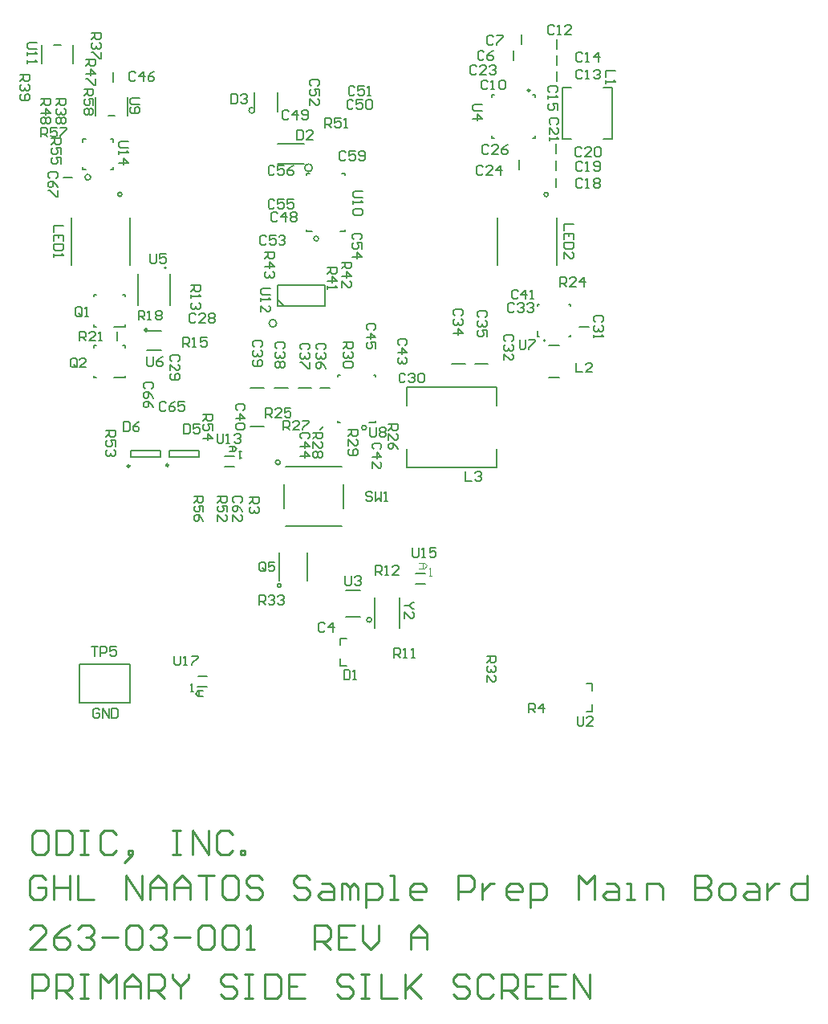
<source format=gto>
G04*
G04 #@! TF.GenerationSoftware,Altium Limited,Altium Designer,24.9.1 (31)*
G04*
G04 Layer_Color=65535*
%FSLAX44Y44*%
%MOMM*%
G71*
G04*
G04 #@! TF.SameCoordinates,6C7A866E-41A3-4D12-9BD4-ECE58917465C*
G04*
G04*
G04 #@! TF.FilePolarity,Positive*
G04*
G01*
G75*
%ADD10C,0.2500*%
%ADD11C,0.2030*%
%ADD12C,0.2000*%
%ADD13C,0.1524*%
%ADD14C,0.1500*%
%ADD15C,0.1270*%
%ADD16C,0.2032*%
%ADD17C,0.1250*%
%ADD18C,0.2540*%
D10*
X131250Y306000D02*
G03*
X131250Y306000I-1250J0D01*
G01*
X172250Y307000D02*
G03*
X172250Y307000I-1250J0D01*
G01*
X553563Y702188D02*
G03*
X553563Y702188I-1250J0D01*
G01*
D11*
X263100Y681000D02*
G03*
X263100Y681000I-3000J0D01*
G01*
X89933Y611129D02*
G03*
X90000Y610500I-2933J-629D01*
G01*
X82000Y618500D02*
Y621500D01*
Y618500D02*
X85000D01*
X82000Y650500D02*
X85000D01*
X82000Y647500D02*
Y650500D01*
X390000Y135000D02*
Y167000D01*
X416000Y135000D02*
Y167000D01*
X588313Y650688D02*
X597313D01*
X588313Y704688D02*
X597313D01*
X631313Y650688D02*
X640313D01*
X631313Y704688D02*
X640313D01*
Y650688D02*
Y704688D01*
X588313Y650688D02*
Y704688D01*
X131600Y517850D02*
Y567850D01*
X69600Y517850D02*
Y567850D01*
X581600Y517850D02*
Y567850D01*
X519600Y517850D02*
Y567850D01*
D12*
X286350Y456500D02*
G03*
X286350Y456500I-4000J0D01*
G01*
X324000Y620500D02*
G03*
X324000Y620500I-4000J0D01*
G01*
X170016Y515002D02*
G03*
X170016Y515002I-1016J0D01*
G01*
X570003Y438293D02*
G03*
X570003Y438293I-1137J0D01*
G01*
X381160Y346520D02*
G03*
X381160Y346520I-2540J0D01*
G01*
X123160Y592380D02*
G03*
X123160Y592380I-2240J0D01*
G01*
X573160D02*
G03*
X573160Y592380I-2240J0D01*
G01*
X203000Y73500D02*
X213250D01*
X203250Y84500D02*
X213250D01*
X231750Y316500D02*
X242000D01*
X231750Y305500D02*
X241750D01*
X132500Y322500D02*
X163500D01*
X132500Y315500D02*
X163500D01*
Y322500D01*
X132500Y315500D02*
Y322500D01*
X287000Y680000D02*
Y700000D01*
X263000Y680000D02*
Y700000D01*
X287350Y474500D02*
Y496500D01*
Y474500D02*
X337350D01*
Y496500D01*
X287350D02*
X337350D01*
X287850Y480500D02*
X293850Y474500D01*
X287000Y624500D02*
X315000D01*
X287000Y645500D02*
X315000D01*
X140236Y475236D02*
Y508764D01*
X173764Y475236D02*
Y508764D01*
X173500Y322500D02*
X204500D01*
X173500Y315500D02*
X204500D01*
Y322500D01*
X173500Y315500D02*
Y322500D01*
X432750Y192500D02*
X443000D01*
X432750Y181500D02*
X442750D01*
X353500Y124500D02*
X360000D01*
X353500Y117250D02*
Y124500D01*
Y95500D02*
X360000D01*
X353500D02*
Y102750D01*
X562000Y442750D02*
Y448250D01*
Y442750D02*
X563600D01*
X562000Y476750D02*
X563600D01*
X562000Y475150D02*
Y476750D01*
X596000Y475150D02*
Y476750D01*
X594400D02*
X596000D01*
Y442750D02*
Y444350D01*
X594400Y442750D02*
X596000D01*
X390751Y399899D02*
Y401749D01*
X388901D02*
X390751D01*
X351249Y399899D02*
Y401749D01*
X353099D01*
X351249Y352251D02*
X353099D01*
X351249D02*
Y354101D01*
X390749Y352251D02*
Y354101D01*
X383899Y352251D02*
X390749D01*
X613000Y47500D02*
X619500D01*
Y54750D01*
X613000Y76500D02*
X619500D01*
Y69250D02*
Y76500D01*
X513312Y651688D02*
Y654188D01*
Y651688D02*
X515812D01*
X513312Y697688D02*
X515812D01*
X513312Y695188D02*
Y697688D01*
X556813Y651688D02*
X559313D01*
Y654188D01*
X556813Y697688D02*
X559313D01*
Y695188D02*
Y697688D01*
D13*
X330645Y545826D02*
G03*
X330645Y545826I-2540J0D01*
G01*
X291000Y180000D02*
G03*
X291000Y180000I-2000J0D01*
G01*
X290195Y309880D02*
G03*
X290195Y309880I-2540J0D01*
G01*
X149906Y449430D02*
G03*
X149906Y449430I-1796J0D01*
G01*
X317765Y553426D02*
X323515D01*
X353015D02*
X358765D01*
Y612676D02*
Y614426D01*
Y553426D02*
Y555176D01*
X317765Y614426D02*
X321485D01*
X355045D02*
X358765D01*
X317765Y612676D02*
Y614426D01*
Y553426D02*
Y555176D01*
X359087Y175224D02*
X374821D01*
X359087Y146776D02*
X374821D01*
X71770Y730230D02*
Y749770D01*
X51327D02*
X58673D01*
X38230Y730230D02*
Y749770D01*
X573441Y433264D02*
X584559D01*
X573441Y399736D02*
X584559D01*
X128770Y675230D02*
Y694770D01*
X108327Y675230D02*
X115673D01*
X95230D02*
Y694770D01*
X289000Y185000D02*
Y215000D01*
X319000Y185000D02*
Y215000D01*
X296189Y243078D02*
X355321D01*
X356997Y261536D02*
Y287104D01*
X296189Y305562D02*
X355321D01*
X294513Y261536D02*
Y287104D01*
X78330Y56680D02*
Y97320D01*
Y56680D02*
X131670D01*
Y97320D01*
X78330D02*
X131670D01*
D14*
X386540Y144000D02*
G03*
X386540Y144000I-2540J0D01*
G01*
X332000Y344000D02*
X336000Y348000D01*
X115000Y399000D02*
X126250D01*
Y401470D01*
Y430530D02*
Y433000D01*
X123780D02*
X126250D01*
X93750D02*
X96220D01*
X93750Y430530D02*
Y433000D01*
Y399000D02*
Y401470D01*
Y399000D02*
X96220D01*
X423500Y370150D02*
Y389500D01*
X518500Y370150D02*
Y389500D01*
X423500D02*
X518500D01*
Y304500D02*
Y323850D01*
X423500Y304500D02*
Y323850D01*
Y304500D02*
X518500D01*
X149380Y427840D02*
X164620D01*
X149380Y448160D02*
X164620D01*
X93750Y453000D02*
X96220D01*
X93750D02*
Y455470D01*
Y484530D02*
Y487000D01*
X96220D01*
X123780D02*
X126250D01*
Y484530D02*
Y487000D01*
Y453000D02*
Y455470D01*
X115000Y453000D02*
X126250D01*
X99164Y48831D02*
X97498Y50497D01*
X94166D01*
X92500Y48831D01*
Y42166D01*
X94166Y40500D01*
X97498D01*
X99164Y42166D01*
Y45498D01*
X95832D01*
X102497Y40500D02*
Y50497D01*
X109161Y40500D01*
Y50497D01*
X112493D02*
Y40500D01*
X117492D01*
X119158Y42166D01*
Y48831D01*
X117492Y50497D01*
X112493D01*
X178504Y105998D02*
Y97668D01*
X180170Y96002D01*
X183502D01*
X185168Y97668D01*
Y105998D01*
X188501Y96002D02*
X191833D01*
X190167D01*
Y105998D01*
X188501Y104332D01*
X196831Y105998D02*
X203496D01*
Y104332D01*
X196831Y97668D01*
Y96002D01*
X223504Y339998D02*
Y331668D01*
X225170Y330002D01*
X228502D01*
X230169Y331668D01*
Y339998D01*
X233501Y330002D02*
X236833D01*
X235167D01*
Y339998D01*
X233501Y338332D01*
X241831D02*
X243498Y339998D01*
X246830D01*
X248496Y338332D01*
Y336666D01*
X246830Y335000D01*
X245164D01*
X246830D01*
X248496Y333334D01*
Y331668D01*
X246830Y330002D01*
X243498D01*
X241831Y331668D01*
X274002Y531329D02*
X283998D01*
Y526331D01*
X282332Y524664D01*
X279000D01*
X277334Y526331D01*
Y531329D01*
Y527997D02*
X274002Y524664D01*
Y516334D02*
X283998D01*
X279000Y521332D01*
Y514668D01*
X282332Y511335D02*
X283998Y509669D01*
Y506337D01*
X282332Y504671D01*
X280666D01*
X279000Y506337D01*
Y508003D01*
Y506337D01*
X277334Y504671D01*
X275668D01*
X274002Y506337D01*
Y509669D01*
X275668Y511335D01*
X429504Y219998D02*
Y211668D01*
X431170Y210002D01*
X434502D01*
X436169Y211668D01*
Y219998D01*
X439501Y210002D02*
X442833D01*
X441167D01*
Y219998D01*
X439501Y218332D01*
X454496Y219998D02*
X447831D01*
Y215000D01*
X451164Y216666D01*
X452830D01*
X454496Y215000D01*
Y211668D01*
X452830Y210002D01*
X449498D01*
X447831Y211668D01*
X430998Y162331D02*
X429332D01*
X426000Y158998D01*
X429332Y155666D01*
X430998D01*
X426000Y158998D02*
X421002D01*
Y145669D02*
Y152334D01*
X427666Y145669D01*
X429332D01*
X430998Y147335D01*
Y150668D01*
X429332Y152334D01*
X129998Y648496D02*
X121668D01*
X120002Y646830D01*
Y643497D01*
X121668Y641831D01*
X129998D01*
X120002Y638499D02*
Y635167D01*
Y636833D01*
X129998D01*
X128332Y638499D01*
X120002Y625170D02*
X129998D01*
X125000Y630168D01*
Y623504D01*
X279998Y493496D02*
X271668D01*
X270002Y491830D01*
Y488498D01*
X271668Y486831D01*
X279998D01*
X270002Y483499D02*
Y480167D01*
Y481833D01*
X279998D01*
X278332Y483499D01*
X270002Y468504D02*
Y475168D01*
X276666Y468504D01*
X278332D01*
X279998Y470170D01*
Y473502D01*
X278332Y475168D01*
X33498Y752302D02*
X25168D01*
X23502Y750636D01*
Y747303D01*
X25168Y745637D01*
X33498D01*
X23502Y742305D02*
Y738973D01*
Y740639D01*
X33498D01*
X31832Y742305D01*
X23502Y733974D02*
Y730642D01*
Y732308D01*
X33498D01*
X31832Y733974D01*
X376998Y595496D02*
X368668D01*
X367002Y593830D01*
Y590498D01*
X368668Y588831D01*
X376998D01*
X367002Y585499D02*
Y582167D01*
Y583833D01*
X376998D01*
X375332Y585499D01*
Y577169D02*
X376998Y575502D01*
Y572170D01*
X375332Y570504D01*
X368668D01*
X367002Y572170D01*
Y575502D01*
X368668Y577169D01*
X375332D01*
X141998Y694331D02*
X133668D01*
X132002Y692664D01*
Y689332D01*
X133668Y687666D01*
X141998D01*
X133668Y684334D02*
X132002Y682668D01*
Y679335D01*
X133668Y677669D01*
X140332D01*
X141998Y679335D01*
Y682668D01*
X140332Y684334D01*
X138666D01*
X137000Y682668D01*
Y677669D01*
X384669Y346998D02*
Y338668D01*
X386335Y337002D01*
X389668D01*
X391334Y338668D01*
Y346998D01*
X394666Y345332D02*
X396332Y346998D01*
X399664D01*
X401331Y345332D01*
Y343666D01*
X399664Y342000D01*
X401331Y340334D01*
Y338668D01*
X399664Y337002D01*
X396332D01*
X394666Y338668D01*
Y340334D01*
X396332Y342000D01*
X394666Y343666D01*
Y345332D01*
X396332Y342000D02*
X399664D01*
X542669Y438998D02*
Y430668D01*
X544336Y429002D01*
X547668D01*
X549334Y430668D01*
Y438998D01*
X552666D02*
X559331D01*
Y437332D01*
X552666Y430668D01*
Y429002D01*
X149669Y420998D02*
Y412668D01*
X151335Y411002D01*
X154668D01*
X156334Y412668D01*
Y420998D01*
X166331D02*
X162998Y419332D01*
X159666Y416000D01*
Y412668D01*
X161332Y411002D01*
X164665D01*
X166331Y412668D01*
Y414334D01*
X164665Y416000D01*
X159666D01*
X152669Y529998D02*
Y521668D01*
X154335Y520002D01*
X157668D01*
X159334Y521668D01*
Y529998D01*
X169331D02*
X162666D01*
Y525000D01*
X165998Y526666D01*
X167665D01*
X169331Y525000D01*
Y521668D01*
X167665Y520002D01*
X164332D01*
X162666Y521668D01*
X502998Y687331D02*
X494668D01*
X493002Y685665D01*
Y682332D01*
X494668Y680666D01*
X502998D01*
X493002Y672335D02*
X502998D01*
X498000Y677334D01*
Y670669D01*
X358669Y189998D02*
Y181668D01*
X360336Y180002D01*
X363668D01*
X365334Y181668D01*
Y189998D01*
X368666Y188332D02*
X370332Y189998D01*
X373665D01*
X375331Y188332D01*
Y186666D01*
X373665Y185000D01*
X371998D01*
X373665D01*
X375331Y183334D01*
Y181668D01*
X373665Y180002D01*
X370332D01*
X368666Y181668D01*
X603669Y41998D02*
Y33668D01*
X605336Y32002D01*
X608668D01*
X610334Y33668D01*
Y41998D01*
X620331Y32002D02*
X613666D01*
X620331Y38666D01*
Y40332D01*
X618665Y41998D01*
X615332D01*
X613666Y40332D01*
X90671Y115998D02*
X97336D01*
X94003D01*
Y106002D01*
X100668D02*
Y115998D01*
X105666D01*
X107332Y114332D01*
Y111000D01*
X105666Y109334D01*
X100668D01*
X117329Y115998D02*
X110665D01*
Y111000D01*
X113997Y112666D01*
X115663D01*
X117329Y111000D01*
Y107668D01*
X115663Y106002D01*
X112331D01*
X110665Y107668D01*
X387002Y277332D02*
X385336Y278998D01*
X382003D01*
X380337Y277332D01*
Y275666D01*
X382003Y274000D01*
X385336D01*
X387002Y272334D01*
Y270668D01*
X385336Y269002D01*
X382003D01*
X380337Y270668D01*
X390334Y278998D02*
Y269002D01*
X393666Y272334D01*
X396998Y269002D01*
Y278998D01*
X400331Y269002D02*
X403663D01*
X401997D01*
Y278998D01*
X400331Y277332D01*
X83002Y703329D02*
X92998D01*
Y698331D01*
X91332Y696665D01*
X88000D01*
X86334Y698331D01*
Y703329D01*
Y699997D02*
X83002Y696665D01*
X92998Y686668D02*
Y693332D01*
X88000D01*
X89666Y690000D01*
Y688334D01*
X88000Y686668D01*
X84668D01*
X83002Y688334D01*
Y691666D01*
X84668Y693332D01*
X91332Y683335D02*
X92998Y681669D01*
Y678337D01*
X91332Y676671D01*
X89666D01*
X88000Y678337D01*
X86334Y676671D01*
X84668D01*
X83002Y678337D01*
Y681669D01*
X84668Y683335D01*
X86334D01*
X88000Y681669D01*
X89666Y683335D01*
X91332D01*
X88000Y681669D02*
Y678337D01*
X37671Y653002D02*
Y662998D01*
X42669D01*
X44335Y661332D01*
Y658000D01*
X42669Y656334D01*
X37671D01*
X41003D02*
X44335Y653002D01*
X54332Y662998D02*
X47668D01*
Y658000D01*
X51000Y659666D01*
X52666D01*
X54332Y658000D01*
Y654668D01*
X52666Y653002D01*
X49334D01*
X47668Y654668D01*
X57664Y662998D02*
X64329D01*
Y661332D01*
X57664Y654668D01*
Y653002D01*
X199002Y274329D02*
X208998D01*
Y269331D01*
X207332Y267665D01*
X204000D01*
X202334Y269331D01*
Y274329D01*
Y270997D02*
X199002Y267665D01*
X208998Y257668D02*
Y264332D01*
X204000D01*
X205666Y261000D01*
Y259334D01*
X204000Y257668D01*
X200668D01*
X199002Y259334D01*
Y262666D01*
X200668Y264332D01*
X208998Y247671D02*
X207332Y251003D01*
X204000Y254335D01*
X200668D01*
X199002Y252669D01*
Y249337D01*
X200668Y247671D01*
X202334D01*
X204000Y249337D01*
Y254335D01*
X49002Y651329D02*
X58998D01*
Y646331D01*
X57332Y644665D01*
X54000D01*
X52334Y646331D01*
Y651329D01*
Y647997D02*
X49002Y644665D01*
X58998Y634668D02*
Y641332D01*
X54000D01*
X55666Y638000D01*
Y636334D01*
X54000Y634668D01*
X50668D01*
X49002Y636334D01*
Y639666D01*
X50668Y641332D01*
X58998Y624671D02*
Y631335D01*
X54000D01*
X55666Y628003D01*
Y626337D01*
X54000Y624671D01*
X50668D01*
X49002Y626337D01*
Y629669D01*
X50668Y631335D01*
X209002Y360329D02*
X218998D01*
Y355331D01*
X217332Y353665D01*
X214000D01*
X212334Y355331D01*
Y360329D01*
Y356997D02*
X209002Y353665D01*
X218998Y343668D02*
Y350332D01*
X214000D01*
X215666Y347000D01*
Y345334D01*
X214000Y343668D01*
X210668D01*
X209002Y345334D01*
Y348666D01*
X210668Y350332D01*
X209002Y335337D02*
X218998D01*
X214000Y340336D01*
Y333671D01*
X106002Y343329D02*
X115998D01*
Y338331D01*
X114332Y336665D01*
X111000D01*
X109334Y338331D01*
Y343329D01*
Y339997D02*
X106002Y336665D01*
X115998Y326668D02*
Y333332D01*
X111000D01*
X112666Y330000D01*
Y328334D01*
X111000Y326668D01*
X107668D01*
X106002Y328334D01*
Y331666D01*
X107668Y333332D01*
X114332Y323335D02*
X115998Y321669D01*
Y318337D01*
X114332Y316671D01*
X112666D01*
X111000Y318337D01*
Y320003D01*
Y318337D01*
X109334Y316671D01*
X107668D01*
X106002Y318337D01*
Y321669D01*
X107668Y323335D01*
X224002Y274329D02*
X233998D01*
Y269331D01*
X232332Y267665D01*
X229000D01*
X227334Y269331D01*
Y274329D01*
Y270997D02*
X224002Y267665D01*
X233998Y257668D02*
Y264332D01*
X229000D01*
X230666Y261000D01*
Y259334D01*
X229000Y257668D01*
X225668D01*
X224002Y259334D01*
Y262666D01*
X225668Y264332D01*
X224002Y247671D02*
Y254335D01*
X230666Y247671D01*
X232332D01*
X233998Y249337D01*
Y252669D01*
X232332Y254335D01*
X337337Y663002D02*
Y672998D01*
X342336D01*
X344002Y671332D01*
Y668000D01*
X342336Y666334D01*
X337337D01*
X340669D02*
X344002Y663002D01*
X353998Y672998D02*
X347334D01*
Y668000D01*
X350666Y669666D01*
X352332D01*
X353998Y668000D01*
Y664668D01*
X352332Y663002D01*
X349000D01*
X347334Y664668D01*
X357331Y663002D02*
X360663D01*
X358997D01*
Y672998D01*
X357331Y671332D01*
X38002Y693329D02*
X47998D01*
Y688331D01*
X46332Y686665D01*
X43000D01*
X41334Y688331D01*
Y693329D01*
Y689997D02*
X38002Y686665D01*
Y678334D02*
X47998D01*
X43000Y683332D01*
Y676668D01*
X46332Y673335D02*
X47998Y671669D01*
Y668337D01*
X46332Y666671D01*
X44666D01*
X43000Y668337D01*
X41334Y666671D01*
X39668D01*
X38002Y668337D01*
Y671669D01*
X39668Y673335D01*
X41334D01*
X43000Y671669D01*
X44666Y673335D01*
X46332D01*
X43000Y671669D02*
Y668337D01*
X85002Y734329D02*
X94998D01*
Y729331D01*
X93332Y727664D01*
X90000D01*
X88334Y729331D01*
Y734329D01*
Y730997D02*
X85002Y727664D01*
Y719334D02*
X94998D01*
X90000Y724332D01*
Y717668D01*
X94998Y714335D02*
Y707671D01*
X93332D01*
X86668Y714335D01*
X85002D01*
X355002Y520829D02*
X364998D01*
Y515831D01*
X363332Y514165D01*
X360000D01*
X358334Y515831D01*
Y520829D01*
Y517497D02*
X355002Y514165D01*
Y505834D02*
X364998D01*
X360000Y510832D01*
Y504168D01*
X355002Y494171D02*
Y500835D01*
X361666Y494171D01*
X363332D01*
X364998Y495837D01*
Y499169D01*
X363332Y500835D01*
X340002Y515663D02*
X349998D01*
Y510664D01*
X348332Y508998D01*
X345000D01*
X343334Y510664D01*
Y515663D01*
Y512331D02*
X340002Y508998D01*
Y500668D02*
X349998D01*
X345000Y505666D01*
Y499002D01*
X340002Y495669D02*
Y492337D01*
Y494003D01*
X349998D01*
X348332Y495669D01*
X16002Y718329D02*
X25998D01*
Y713331D01*
X24332Y711665D01*
X21000D01*
X19334Y713331D01*
Y718329D01*
Y714997D02*
X16002Y711665D01*
X24332Y708332D02*
X25998Y706666D01*
Y703334D01*
X24332Y701668D01*
X22666D01*
X21000Y703334D01*
Y705000D01*
Y703334D01*
X19334Y701668D01*
X17668D01*
X16002Y703334D01*
Y706666D01*
X17668Y708332D01*
Y698335D02*
X16002Y696669D01*
Y693337D01*
X17668Y691671D01*
X24332D01*
X25998Y693337D01*
Y696669D01*
X24332Y698335D01*
X22666D01*
X21000Y696669D01*
Y691671D01*
X54002Y693329D02*
X63998D01*
Y688331D01*
X62332Y686665D01*
X59000D01*
X57334Y688331D01*
Y693329D01*
Y689997D02*
X54002Y686665D01*
X62332Y683332D02*
X63998Y681666D01*
Y678334D01*
X62332Y676668D01*
X60666D01*
X59000Y678334D01*
Y680000D01*
Y678334D01*
X57334Y676668D01*
X55668D01*
X54002Y678334D01*
Y681666D01*
X55668Y683332D01*
X62332Y673335D02*
X63998Y671669D01*
Y668337D01*
X62332Y666671D01*
X60666D01*
X59000Y668337D01*
X57334Y666671D01*
X55668D01*
X54002Y668337D01*
Y671669D01*
X55668Y673335D01*
X57334D01*
X59000Y671669D01*
X60666Y673335D01*
X62332D01*
X59000Y671669D02*
Y668337D01*
X91002Y762329D02*
X100998D01*
Y757331D01*
X99332Y755665D01*
X96000D01*
X94334Y757331D01*
Y762329D01*
Y758997D02*
X91002Y755665D01*
X99332Y752332D02*
X100998Y750666D01*
Y747334D01*
X99332Y745668D01*
X97666D01*
X96000Y747334D01*
Y749000D01*
Y747334D01*
X94334Y745668D01*
X92668D01*
X91002Y747334D01*
Y750666D01*
X92668Y752332D01*
X100998Y742335D02*
Y735671D01*
X99332D01*
X92668Y742335D01*
X91002D01*
X267671Y160002D02*
Y169998D01*
X272669D01*
X274335Y168332D01*
Y165000D01*
X272669Y163334D01*
X267671D01*
X271003D02*
X274335Y160002D01*
X277668Y168332D02*
X279334Y169998D01*
X282666D01*
X284332Y168332D01*
Y166666D01*
X282666Y165000D01*
X281000D01*
X282666D01*
X284332Y163334D01*
Y161668D01*
X282666Y160002D01*
X279334D01*
X277668Y161668D01*
X287665Y168332D02*
X289331Y169998D01*
X292663D01*
X294329Y168332D01*
Y166666D01*
X292663Y165000D01*
X290997D01*
X292663D01*
X294329Y163334D01*
Y161668D01*
X292663Y160002D01*
X289331D01*
X287665Y161668D01*
X508002Y105329D02*
X517998D01*
Y100331D01*
X516332Y98665D01*
X513000D01*
X511334Y100331D01*
Y105329D01*
Y101997D02*
X508002Y98665D01*
X516332Y95332D02*
X517998Y93666D01*
Y90334D01*
X516332Y88668D01*
X514666D01*
X513000Y90334D01*
Y92000D01*
Y90334D01*
X511334Y88668D01*
X509668D01*
X508002Y90334D01*
Y93666D01*
X509668Y95332D01*
X508002Y78671D02*
Y85335D01*
X514666Y78671D01*
X516332D01*
X517998Y80337D01*
Y83669D01*
X516332Y85335D01*
X357002Y436329D02*
X366998D01*
Y431331D01*
X365332Y429664D01*
X362000D01*
X360334Y431331D01*
Y436329D01*
Y432997D02*
X357002Y429664D01*
X365332Y426332D02*
X366998Y424666D01*
Y421334D01*
X365332Y419668D01*
X363666D01*
X362000Y421334D01*
Y423000D01*
Y421334D01*
X360334Y419668D01*
X358668D01*
X357002Y421334D01*
Y424666D01*
X358668Y426332D01*
X365332Y416335D02*
X366998Y414669D01*
Y411337D01*
X365332Y409671D01*
X358668D01*
X357002Y411337D01*
Y414669D01*
X358668Y416335D01*
X365332D01*
X362002Y344329D02*
X371998D01*
Y339331D01*
X370332Y337664D01*
X367000D01*
X365334Y339331D01*
Y344329D01*
Y340997D02*
X362002Y337664D01*
Y327668D02*
Y334332D01*
X368666Y327668D01*
X370332D01*
X371998Y329334D01*
Y332666D01*
X370332Y334332D01*
X363668Y324335D02*
X362002Y322669D01*
Y319337D01*
X363668Y317671D01*
X370332D01*
X371998Y319337D01*
Y322669D01*
X370332Y324335D01*
X368666D01*
X367000Y322669D01*
Y317671D01*
X325002Y341329D02*
X334998D01*
Y336331D01*
X333332Y334664D01*
X330000D01*
X328334Y336331D01*
Y341329D01*
Y337997D02*
X325002Y334664D01*
Y324668D02*
Y331332D01*
X331666Y324668D01*
X333332D01*
X334998Y326334D01*
Y329666D01*
X333332Y331332D01*
Y321335D02*
X334998Y319669D01*
Y316337D01*
X333332Y314671D01*
X331666D01*
X330000Y316337D01*
X328334Y314671D01*
X326668D01*
X325002Y316337D01*
Y319669D01*
X326668Y321335D01*
X328334D01*
X330000Y319669D01*
X331666Y321335D01*
X333332D01*
X330000Y319669D02*
Y316337D01*
X293671Y344002D02*
Y353998D01*
X298669D01*
X300336Y352332D01*
Y349000D01*
X298669Y347334D01*
X293671D01*
X297003D02*
X300336Y344002D01*
X310332D02*
X303668D01*
X310332Y350666D01*
Y352332D01*
X308666Y353998D01*
X305334D01*
X303668Y352332D01*
X313664Y353998D02*
X320329D01*
Y352332D01*
X313664Y345668D01*
Y344002D01*
X404002Y350329D02*
X413998D01*
Y345331D01*
X412332Y343665D01*
X409000D01*
X407334Y345331D01*
Y350329D01*
Y346997D02*
X404002Y343665D01*
Y333668D02*
Y340332D01*
X410666Y333668D01*
X412332D01*
X413998Y335334D01*
Y338666D01*
X412332Y340332D01*
X413998Y323671D02*
X412332Y327003D01*
X409000Y330336D01*
X405668D01*
X404002Y328669D01*
Y325337D01*
X405668Y323671D01*
X407334D01*
X409000Y325337D01*
Y330336D01*
X274671Y357002D02*
Y366998D01*
X279669D01*
X281336Y365332D01*
Y362000D01*
X279669Y360334D01*
X274671D01*
X278003D02*
X281336Y357002D01*
X291332D02*
X284668D01*
X291332Y363666D01*
Y365332D01*
X289666Y366998D01*
X286334D01*
X284668Y365332D01*
X301329Y366998D02*
X294664D01*
Y362000D01*
X297997Y363666D01*
X299663D01*
X301329Y362000D01*
Y358668D01*
X299663Y357002D01*
X296331D01*
X294664Y358668D01*
X585671Y495002D02*
Y504998D01*
X590669D01*
X592336Y503332D01*
Y500000D01*
X590669Y498334D01*
X585671D01*
X589003D02*
X592336Y495002D01*
X602332D02*
X595668D01*
X602332Y501666D01*
Y503332D01*
X600666Y504998D01*
X597334D01*
X595668Y503332D01*
X610663Y495002D02*
Y504998D01*
X605664Y500000D01*
X612329D01*
X78337Y438002D02*
Y447998D01*
X83336D01*
X85002Y446332D01*
Y443000D01*
X83336Y441334D01*
X78337D01*
X81669D02*
X85002Y438002D01*
X94998D02*
X88334D01*
X94998Y444666D01*
Y446332D01*
X93332Y447998D01*
X90000D01*
X88334Y446332D01*
X98331Y438002D02*
X101663D01*
X99997D01*
Y447998D01*
X98331Y446332D01*
X140504Y460002D02*
Y469998D01*
X145502D01*
X147169Y468332D01*
Y465000D01*
X145502Y463334D01*
X140504D01*
X143836D02*
X147169Y460002D01*
X150501D02*
X153833D01*
X152167D01*
Y469998D01*
X150501Y468332D01*
X158832D02*
X160498Y469998D01*
X163830D01*
X165496Y468332D01*
Y466666D01*
X163830Y465000D01*
X165496Y463334D01*
Y461668D01*
X163830Y460002D01*
X160498D01*
X158832Y461668D01*
Y463334D01*
X160498Y465000D01*
X158832Y466666D01*
Y468332D01*
X160498Y465000D02*
X163830D01*
X187504Y432002D02*
Y441998D01*
X192502D01*
X194168Y440332D01*
Y437000D01*
X192502Y435334D01*
X187504D01*
X190836D02*
X194168Y432002D01*
X197501D02*
X200833D01*
X199167D01*
Y441998D01*
X197501Y440332D01*
X212496Y441998D02*
X205832D01*
Y437000D01*
X209164Y438666D01*
X210830D01*
X212496Y437000D01*
Y433668D01*
X210830Y432002D01*
X207498D01*
X205832Y433668D01*
X196002Y496496D02*
X205998D01*
Y491497D01*
X204332Y489831D01*
X201000D01*
X199334Y491497D01*
Y496496D01*
Y493164D02*
X196002Y489831D01*
Y486499D02*
Y483167D01*
Y484833D01*
X205998D01*
X204332Y486499D01*
Y478168D02*
X205998Y476502D01*
Y473170D01*
X204332Y471504D01*
X202666D01*
X201000Y473170D01*
Y474836D01*
Y473170D01*
X199334Y471504D01*
X197668D01*
X196002Y473170D01*
Y476502D01*
X197668Y478168D01*
X390504Y191002D02*
Y200998D01*
X395502D01*
X397169Y199332D01*
Y196000D01*
X395502Y194334D01*
X390504D01*
X393836D02*
X397169Y191002D01*
X400501D02*
X403833D01*
X402167D01*
Y200998D01*
X400501Y199332D01*
X415496Y191002D02*
X408831D01*
X415496Y197666D01*
Y199332D01*
X413830Y200998D01*
X410498D01*
X408831Y199332D01*
X410170Y104002D02*
Y113998D01*
X415169D01*
X416835Y112332D01*
Y109000D01*
X415169Y107334D01*
X410170D01*
X413502D02*
X416835Y104002D01*
X420167D02*
X423499D01*
X421833D01*
Y113998D01*
X420167Y112332D01*
X428498Y104002D02*
X431830D01*
X430164D01*
Y113998D01*
X428498Y112332D01*
X552669Y46002D02*
Y55998D01*
X557668D01*
X559334Y54332D01*
Y51000D01*
X557668Y49334D01*
X552669D01*
X556002D02*
X559334Y46002D01*
X567664D02*
Y55998D01*
X562666Y51000D01*
X569331D01*
X258002Y273331D02*
X267998D01*
Y268332D01*
X266332Y266666D01*
X263000D01*
X261334Y268332D01*
Y273331D01*
Y269998D02*
X258002Y266666D01*
X266332Y263334D02*
X267998Y261668D01*
Y258335D01*
X266332Y256669D01*
X264666D01*
X263000Y258335D01*
Y260002D01*
Y258335D01*
X261334Y256669D01*
X259668D01*
X258002Y258335D01*
Y261668D01*
X259668Y263334D01*
X274334Y196668D02*
Y203332D01*
X272668Y204998D01*
X269335D01*
X267669Y203332D01*
Y196668D01*
X269335Y195002D01*
X272668D01*
X271002Y198334D02*
X274334Y195002D01*
X272668D02*
X274334Y196668D01*
X284331Y204998D02*
X277666D01*
Y200000D01*
X280998Y201666D01*
X282665D01*
X284331Y200000D01*
Y196668D01*
X282665Y195002D01*
X279332D01*
X277666Y196668D01*
X75334Y411668D02*
Y418332D01*
X73668Y419998D01*
X70335D01*
X68669Y418332D01*
Y411668D01*
X70335Y410002D01*
X73668D01*
X72002Y413334D02*
X75334Y410002D01*
X73668D02*
X75334Y411668D01*
X85331Y410002D02*
X78666D01*
X85331Y416666D01*
Y418332D01*
X83665Y419998D01*
X80332D01*
X78666Y418332D01*
X80550Y465668D02*
Y472332D01*
X78884Y473998D01*
X75552D01*
X73885Y472332D01*
Y465668D01*
X75552Y464002D01*
X78884D01*
X77218Y467334D02*
X80550Y464002D01*
X78884D02*
X80550Y465668D01*
X83882Y464002D02*
X87214D01*
X85548D01*
Y473998D01*
X83882Y472332D01*
X599998Y561327D02*
X590002D01*
Y554663D01*
X599998Y544666D02*
Y551331D01*
X590002D01*
Y544666D01*
X595000Y551331D02*
Y547998D01*
X599998Y541334D02*
X590002D01*
Y536335D01*
X591668Y534669D01*
X598332D01*
X599998Y536335D01*
Y541334D01*
X590002Y524673D02*
Y531337D01*
X596666Y524673D01*
X598332D01*
X599998Y526339D01*
Y529671D01*
X598332Y531337D01*
X60998Y559661D02*
X51002D01*
Y552997D01*
X60998Y543000D02*
Y549664D01*
X51002D01*
Y543000D01*
X56000Y549664D02*
Y546332D01*
X60998Y539668D02*
X51002D01*
Y534669D01*
X52668Y533003D01*
X59332D01*
X60998Y534669D01*
Y539668D01*
X51002Y529671D02*
Y526339D01*
Y528005D01*
X60998D01*
X59332Y529671D01*
X485669Y299998D02*
Y290002D01*
X492334D01*
X495666Y298332D02*
X497332Y299998D01*
X500664D01*
X502331Y298332D01*
Y296666D01*
X500664Y295000D01*
X498998D01*
X500664D01*
X502331Y293334D01*
Y291668D01*
X500664Y290002D01*
X497332D01*
X495666Y291668D01*
X602669Y414998D02*
Y405002D01*
X609334D01*
X619331D02*
X612666D01*
X619331Y411666D01*
Y413332D01*
X617664Y414998D01*
X614332D01*
X612666Y413332D01*
X643998Y722664D02*
X634002D01*
Y716000D01*
Y712668D02*
Y709335D01*
Y711002D01*
X643998D01*
X642332Y712668D01*
X124669Y352998D02*
Y343002D01*
X129668D01*
X131334Y344668D01*
Y351332D01*
X129668Y352998D01*
X124669D01*
X141331D02*
X137998Y351332D01*
X134666Y348000D01*
Y344668D01*
X136332Y343002D01*
X139664D01*
X141331Y344668D01*
Y346334D01*
X139664Y348000D01*
X134666D01*
X188669Y349998D02*
Y340002D01*
X193668D01*
X195334Y341668D01*
Y348332D01*
X193668Y349998D01*
X188669D01*
X205331D02*
X198666D01*
Y345000D01*
X201998Y346666D01*
X203664D01*
X205331Y345000D01*
Y341668D01*
X203664Y340002D01*
X200332D01*
X198666Y341668D01*
X238669Y697998D02*
Y688002D01*
X243668D01*
X245334Y689668D01*
Y696332D01*
X243668Y697998D01*
X238669D01*
X248666Y696332D02*
X250332Y697998D01*
X253664D01*
X255331Y696332D01*
Y694666D01*
X253664Y693000D01*
X251998D01*
X253664D01*
X255331Y691334D01*
Y689668D01*
X253664Y688002D01*
X250332D01*
X248666Y689668D01*
X307669Y659998D02*
Y650002D01*
X312668D01*
X314334Y651668D01*
Y658332D01*
X312668Y659998D01*
X307669D01*
X324331Y650002D02*
X317666D01*
X324331Y656666D01*
Y658332D01*
X322664Y659998D01*
X319332D01*
X317666Y658332D01*
X357336Y90998D02*
Y81002D01*
X362334D01*
X364000Y82668D01*
Y89332D01*
X362334Y90998D01*
X357336D01*
X367332Y81002D02*
X370664D01*
X368998D01*
Y90998D01*
X367332Y89332D01*
X53332Y609664D02*
X54998Y611331D01*
Y614663D01*
X53332Y616329D01*
X46668D01*
X45002Y614663D01*
Y611331D01*
X46668Y609664D01*
X54998Y599668D02*
X53332Y603000D01*
X50000Y606332D01*
X46668D01*
X45002Y604666D01*
Y601334D01*
X46668Y599668D01*
X48334D01*
X50000Y601334D01*
Y606332D01*
X54998Y596335D02*
Y589671D01*
X53332D01*
X46668Y596335D01*
X45002D01*
X154332Y387665D02*
X155998Y389331D01*
Y392663D01*
X154332Y394329D01*
X147668D01*
X146002Y392663D01*
Y389331D01*
X147668Y387665D01*
X155998Y377668D02*
X154332Y381000D01*
X151000Y384332D01*
X147668D01*
X146002Y382666D01*
Y379334D01*
X147668Y377668D01*
X149334D01*
X151000Y379334D01*
Y384332D01*
X155998Y367671D02*
X154332Y371003D01*
X151000Y374336D01*
X147668D01*
X146002Y372669D01*
Y369337D01*
X147668Y367671D01*
X149334D01*
X151000Y369337D01*
Y374336D01*
X169335Y372332D02*
X167669Y373998D01*
X164337D01*
X162671Y372332D01*
Y365668D01*
X164337Y364002D01*
X167669D01*
X169335Y365668D01*
X179332Y373998D02*
X176000Y372332D01*
X172668Y369000D01*
Y365668D01*
X174334Y364002D01*
X177666D01*
X179332Y365668D01*
Y367334D01*
X177666Y369000D01*
X172668D01*
X189329Y373998D02*
X182665D01*
Y369000D01*
X185997Y370666D01*
X187663D01*
X189329Y369000D01*
Y365668D01*
X187663Y364002D01*
X184331D01*
X182665Y365668D01*
X248332Y267665D02*
X249998Y269331D01*
Y272663D01*
X248332Y274329D01*
X241668D01*
X240002Y272663D01*
Y269331D01*
X241668Y267665D01*
X249998Y257668D02*
X248332Y261000D01*
X245000Y264332D01*
X241668D01*
X240002Y262666D01*
Y259334D01*
X241668Y257668D01*
X243334D01*
X245000Y259334D01*
Y264332D01*
X240002Y247671D02*
Y254335D01*
X246666Y247671D01*
X248332D01*
X249998Y249337D01*
Y252669D01*
X248332Y254335D01*
X359336Y636332D02*
X357669Y637998D01*
X354337D01*
X352671Y636332D01*
Y629668D01*
X354337Y628002D01*
X357669D01*
X359336Y629668D01*
X369332Y637998D02*
X362668D01*
Y633000D01*
X366000Y634666D01*
X367666D01*
X369332Y633000D01*
Y629668D01*
X367666Y628002D01*
X364334D01*
X362668Y629668D01*
X372664D02*
X374331Y628002D01*
X377663D01*
X379329Y629668D01*
Y636332D01*
X377663Y637998D01*
X374331D01*
X372664Y636332D01*
Y634666D01*
X374331Y633000D01*
X379329D01*
X284335Y621332D02*
X282669Y622998D01*
X279337D01*
X277671Y621332D01*
Y614668D01*
X279337Y613002D01*
X282669D01*
X284335Y614668D01*
X294332Y622998D02*
X287668D01*
Y618000D01*
X291000Y619666D01*
X292666D01*
X294332Y618000D01*
Y614668D01*
X292666Y613002D01*
X289334D01*
X287668Y614668D01*
X304329Y622998D02*
X300997Y621332D01*
X297665Y618000D01*
Y614668D01*
X299331Y613002D01*
X302663D01*
X304329Y614668D01*
Y616334D01*
X302663Y618000D01*
X297665D01*
X284335Y585332D02*
X282669Y586998D01*
X279337D01*
X277671Y585332D01*
Y578668D01*
X279337Y577002D01*
X282669D01*
X284335Y578668D01*
X294332Y586998D02*
X287668D01*
Y582000D01*
X291000Y583666D01*
X292666D01*
X294332Y582000D01*
Y578668D01*
X292666Y577002D01*
X289334D01*
X287668Y578668D01*
X304329Y586998D02*
X297665D01*
Y582000D01*
X300997Y583666D01*
X302663D01*
X304329Y582000D01*
Y578668D01*
X302663Y577002D01*
X299331D01*
X297665Y578668D01*
X374332Y544664D02*
X375998Y546331D01*
Y549663D01*
X374332Y551329D01*
X367668D01*
X366002Y549663D01*
Y546331D01*
X367668Y544664D01*
X375998Y534668D02*
Y541332D01*
X371000D01*
X372666Y538000D01*
Y536334D01*
X371000Y534668D01*
X367668D01*
X366002Y536334D01*
Y539666D01*
X367668Y541332D01*
X366002Y526337D02*
X375998D01*
X371000Y531335D01*
Y524671D01*
X275336Y547332D02*
X273669Y548998D01*
X270337D01*
X268671Y547332D01*
Y540668D01*
X270337Y539002D01*
X273669D01*
X275336Y540668D01*
X285332Y548998D02*
X278668D01*
Y544000D01*
X282000Y545666D01*
X283666D01*
X285332Y544000D01*
Y540668D01*
X283666Y539002D01*
X280334D01*
X278668Y540668D01*
X288664Y547332D02*
X290331Y548998D01*
X293663D01*
X295329Y547332D01*
Y545666D01*
X293663Y544000D01*
X291997D01*
X293663D01*
X295329Y542334D01*
Y540668D01*
X293663Y539002D01*
X290331D01*
X288664Y540668D01*
X329332Y706665D02*
X330998Y708331D01*
Y711663D01*
X329332Y713329D01*
X322668D01*
X321002Y711663D01*
Y708331D01*
X322668Y706665D01*
X330998Y696668D02*
Y703332D01*
X326000D01*
X327666Y700000D01*
Y698334D01*
X326000Y696668D01*
X322668D01*
X321002Y698334D01*
Y701666D01*
X322668Y703332D01*
X321002Y686671D02*
Y693335D01*
X327666Y686671D01*
X329332D01*
X330998Y688337D01*
Y691669D01*
X329332Y693335D01*
X369002Y705332D02*
X367336Y706998D01*
X364003D01*
X362337Y705332D01*
Y698668D01*
X364003Y697002D01*
X367336D01*
X369002Y698668D01*
X378998Y706998D02*
X372334D01*
Y702000D01*
X375666Y703666D01*
X377332D01*
X378998Y702000D01*
Y698668D01*
X377332Y697002D01*
X374000D01*
X372334Y698668D01*
X382331Y697002D02*
X385663D01*
X383997D01*
Y706998D01*
X382331Y705332D01*
X367336Y690332D02*
X365669Y691998D01*
X362337D01*
X360671Y690332D01*
Y683668D01*
X362337Y682002D01*
X365669D01*
X367336Y683668D01*
X377332Y691998D02*
X370668D01*
Y687000D01*
X374000Y688666D01*
X375666D01*
X377332Y687000D01*
Y683668D01*
X375666Y682002D01*
X372334D01*
X370668Y683668D01*
X380664Y690332D02*
X382331Y691998D01*
X385663D01*
X387329Y690332D01*
Y683668D01*
X385663Y682002D01*
X382331D01*
X380664Y683668D01*
Y690332D01*
X299335Y679332D02*
X297669Y680998D01*
X294337D01*
X292671Y679332D01*
Y672668D01*
X294337Y671002D01*
X297669D01*
X299335Y672668D01*
X307666Y671002D02*
Y680998D01*
X302668Y676000D01*
X309332D01*
X312665Y672668D02*
X314331Y671002D01*
X317663D01*
X319329Y672668D01*
Y679332D01*
X317663Y680998D01*
X314331D01*
X312665Y679332D01*
Y677666D01*
X314331Y676000D01*
X319329D01*
X287335Y572332D02*
X285669Y573998D01*
X282337D01*
X280671Y572332D01*
Y565668D01*
X282337Y564002D01*
X285669D01*
X287335Y565668D01*
X295666Y564002D02*
Y573998D01*
X290668Y569000D01*
X297332D01*
X300665Y572332D02*
X302331Y573998D01*
X305663D01*
X307329Y572332D01*
Y570666D01*
X305663Y569000D01*
X307329Y567334D01*
Y565668D01*
X305663Y564002D01*
X302331D01*
X300665Y565668D01*
Y567334D01*
X302331Y569000D01*
X300665Y570666D01*
Y572332D01*
X302331Y569000D02*
X305663D01*
X137336Y720332D02*
X135669Y721998D01*
X132337D01*
X130671Y720332D01*
Y713668D01*
X132337Y712002D01*
X135669D01*
X137336Y713668D01*
X145666Y712002D02*
Y721998D01*
X140668Y717000D01*
X147332D01*
X157329Y721998D02*
X153997Y720332D01*
X150665Y717000D01*
Y713668D01*
X152331Y712002D01*
X155663D01*
X157329Y713668D01*
Y715334D01*
X155663Y717000D01*
X150665D01*
X389332Y449664D02*
X390998Y451331D01*
Y454663D01*
X389332Y456329D01*
X382668D01*
X381002Y454663D01*
Y451331D01*
X382668Y449664D01*
X381002Y441334D02*
X390998D01*
X386000Y446332D01*
Y439668D01*
X390998Y429671D02*
Y436335D01*
X386000D01*
X387666Y433003D01*
Y431337D01*
X386000Y429671D01*
X382668D01*
X381002Y431337D01*
Y434669D01*
X382668Y436335D01*
X319332Y334664D02*
X320998Y336331D01*
Y339663D01*
X319332Y341329D01*
X312668D01*
X311002Y339663D01*
Y336331D01*
X312668Y334664D01*
X311002Y326334D02*
X320998D01*
X316000Y331332D01*
Y324668D01*
X311002Y316337D02*
X320998D01*
X316000Y321335D01*
Y314671D01*
X422332Y433665D02*
X423998Y435331D01*
Y438663D01*
X422332Y440329D01*
X415668D01*
X414002Y438663D01*
Y435331D01*
X415668Y433665D01*
X414002Y425334D02*
X423998D01*
X419000Y430332D01*
Y423668D01*
X422332Y420336D02*
X423998Y418669D01*
Y415337D01*
X422332Y413671D01*
X420666D01*
X419000Y415337D01*
Y417003D01*
Y415337D01*
X417334Y413671D01*
X415668D01*
X414002Y415337D01*
Y418669D01*
X415668Y420336D01*
X395332Y323665D02*
X396998Y325331D01*
Y328663D01*
X395332Y330329D01*
X388668D01*
X387002Y328663D01*
Y325331D01*
X388668Y323665D01*
X387002Y315334D02*
X396998D01*
X392000Y320332D01*
Y313668D01*
X387002Y303671D02*
Y310336D01*
X393666Y303671D01*
X395332D01*
X396998Y305337D01*
Y308669D01*
X395332Y310336D01*
X541002Y490332D02*
X539336Y491998D01*
X536003D01*
X534337Y490332D01*
Y483668D01*
X536003Y482002D01*
X539336D01*
X541002Y483668D01*
X549332Y482002D02*
Y491998D01*
X544334Y487000D01*
X550998D01*
X554331Y482002D02*
X557663D01*
X555997D01*
Y491998D01*
X554331Y490332D01*
X251332Y364664D02*
X252998Y366331D01*
Y369663D01*
X251332Y371329D01*
X244668D01*
X243002Y369663D01*
Y366331D01*
X244668Y364664D01*
X243002Y356334D02*
X252998D01*
X248000Y361332D01*
Y354668D01*
X251332Y351335D02*
X252998Y349669D01*
Y346337D01*
X251332Y344671D01*
X244668D01*
X243002Y346337D01*
Y349669D01*
X244668Y351335D01*
X251332D01*
X269332Y431665D02*
X270998Y433331D01*
Y436663D01*
X269332Y438329D01*
X262668D01*
X261002Y436663D01*
Y433331D01*
X262668Y431665D01*
X269332Y428332D02*
X270998Y426666D01*
Y423334D01*
X269332Y421668D01*
X267666D01*
X266000Y423334D01*
Y425000D01*
Y423334D01*
X264334Y421668D01*
X262668D01*
X261002Y423334D01*
Y426666D01*
X262668Y428332D01*
Y418335D02*
X261002Y416669D01*
Y413337D01*
X262668Y411671D01*
X269332D01*
X270998Y413337D01*
Y416669D01*
X269332Y418335D01*
X267666D01*
X266000Y416669D01*
Y411671D01*
X293332Y429664D02*
X294998Y431331D01*
Y434663D01*
X293332Y436329D01*
X286668D01*
X285002Y434663D01*
Y431331D01*
X286668Y429664D01*
X293332Y426332D02*
X294998Y424666D01*
Y421334D01*
X293332Y419668D01*
X291666D01*
X290000Y421334D01*
Y423000D01*
Y421334D01*
X288334Y419668D01*
X286668D01*
X285002Y421334D01*
Y424666D01*
X286668Y426332D01*
X293332Y416335D02*
X294998Y414669D01*
Y411337D01*
X293332Y409671D01*
X291666D01*
X290000Y411337D01*
X288334Y409671D01*
X286668D01*
X285002Y411337D01*
Y414669D01*
X286668Y416335D01*
X288334D01*
X290000Y414669D01*
X291666Y416335D01*
X293332D01*
X290000Y414669D02*
Y411337D01*
X319332Y428665D02*
X320998Y430331D01*
Y433663D01*
X319332Y435329D01*
X312668D01*
X311002Y433663D01*
Y430331D01*
X312668Y428665D01*
X319332Y425332D02*
X320998Y423666D01*
Y420334D01*
X319332Y418668D01*
X317666D01*
X316000Y420334D01*
Y422000D01*
Y420334D01*
X314334Y418668D01*
X312668D01*
X311002Y420334D01*
Y423666D01*
X312668Y425332D01*
X320998Y415336D02*
Y408671D01*
X319332D01*
X312668Y415336D01*
X311002D01*
X336332Y428665D02*
X337998Y430331D01*
Y433663D01*
X336332Y435329D01*
X329668D01*
X328002Y433663D01*
Y430331D01*
X329668Y428665D01*
X336332Y425332D02*
X337998Y423666D01*
Y420334D01*
X336332Y418668D01*
X334666D01*
X333000Y420334D01*
Y422000D01*
Y420334D01*
X331334Y418668D01*
X329668D01*
X328002Y420334D01*
Y423666D01*
X329668Y425332D01*
X337998Y408671D02*
X336332Y412003D01*
X333000Y415335D01*
X329668D01*
X328002Y413669D01*
Y410337D01*
X329668Y408671D01*
X331334D01*
X333000Y410337D01*
Y415335D01*
X506332Y462664D02*
X507998Y464331D01*
Y467663D01*
X506332Y469329D01*
X499668D01*
X498002Y467663D01*
Y464331D01*
X499668Y462664D01*
X506332Y459332D02*
X507998Y457666D01*
Y454334D01*
X506332Y452668D01*
X504666D01*
X503000Y454334D01*
Y456000D01*
Y454334D01*
X501334Y452668D01*
X499668D01*
X498002Y454334D01*
Y457666D01*
X499668Y459332D01*
X507998Y442671D02*
Y449335D01*
X503000D01*
X504666Y446003D01*
Y444337D01*
X503000Y442671D01*
X499668D01*
X498002Y444337D01*
Y447669D01*
X499668Y449335D01*
X481332Y464664D02*
X482998Y466331D01*
Y469663D01*
X481332Y471329D01*
X474668D01*
X473002Y469663D01*
Y466331D01*
X474668Y464664D01*
X481332Y461332D02*
X482998Y459666D01*
Y456334D01*
X481332Y454668D01*
X479666D01*
X478000Y456334D01*
Y458000D01*
Y456334D01*
X476334Y454668D01*
X474668D01*
X473002Y456334D01*
Y459666D01*
X474668Y461332D01*
X473002Y446337D02*
X482998D01*
X478000Y451335D01*
Y444671D01*
X537336Y476332D02*
X535669Y477998D01*
X532337D01*
X530671Y476332D01*
Y469668D01*
X532337Y468002D01*
X535669D01*
X537336Y469668D01*
X540668Y476332D02*
X542334Y477998D01*
X545666D01*
X547332Y476332D01*
Y474666D01*
X545666Y473000D01*
X544000D01*
X545666D01*
X547332Y471334D01*
Y469668D01*
X545666Y468002D01*
X542334D01*
X540668Y469668D01*
X550664Y476332D02*
X552331Y477998D01*
X555663D01*
X557329Y476332D01*
Y474666D01*
X555663Y473000D01*
X553997D01*
X555663D01*
X557329Y471334D01*
Y469668D01*
X555663Y468002D01*
X552331D01*
X550664Y469668D01*
X534332Y437664D02*
X535998Y439331D01*
Y442663D01*
X534332Y444329D01*
X527668D01*
X526002Y442663D01*
Y439331D01*
X527668Y437664D01*
X534332Y434332D02*
X535998Y432666D01*
Y429334D01*
X534332Y427668D01*
X532666D01*
X531000Y429334D01*
Y431000D01*
Y429334D01*
X529334Y427668D01*
X527668D01*
X526002Y429334D01*
Y432666D01*
X527668Y434332D01*
X526002Y417671D02*
Y424335D01*
X532666Y417671D01*
X534332D01*
X535998Y419337D01*
Y422669D01*
X534332Y424335D01*
X629332Y457998D02*
X630998Y459664D01*
Y462997D01*
X629332Y464663D01*
X622668D01*
X621002Y462997D01*
Y459664D01*
X622668Y457998D01*
X629332Y454666D02*
X630998Y453000D01*
Y449668D01*
X629332Y448002D01*
X627666D01*
X626000Y449668D01*
Y451334D01*
Y449668D01*
X624334Y448002D01*
X622668D01*
X621002Y449668D01*
Y453000D01*
X622668Y454666D01*
X621002Y444669D02*
Y441337D01*
Y443003D01*
X630998D01*
X629332Y444669D01*
X422336Y402332D02*
X420669Y403998D01*
X417337D01*
X415671Y402332D01*
Y395668D01*
X417337Y394002D01*
X420669D01*
X422336Y395668D01*
X425668Y402332D02*
X427334Y403998D01*
X430666D01*
X432332Y402332D01*
Y400666D01*
X430666Y399000D01*
X429000D01*
X430666D01*
X432332Y397334D01*
Y395668D01*
X430666Y394002D01*
X427334D01*
X425668Y395668D01*
X435664Y402332D02*
X437331Y403998D01*
X440663D01*
X442329Y402332D01*
Y395668D01*
X440663Y394002D01*
X437331D01*
X435664Y395668D01*
Y402332D01*
X182332Y416665D02*
X183998Y418331D01*
Y421663D01*
X182332Y423329D01*
X175668D01*
X174002Y421663D01*
Y418331D01*
X175668Y416665D01*
X174002Y406668D02*
Y413332D01*
X180666Y406668D01*
X182332D01*
X183998Y408334D01*
Y411666D01*
X182332Y413332D01*
X175668Y403335D02*
X174002Y401669D01*
Y398337D01*
X175668Y396671D01*
X182332D01*
X183998Y398337D01*
Y401669D01*
X182332Y403335D01*
X180666D01*
X179000Y401669D01*
Y396671D01*
X201336Y465332D02*
X199669Y466998D01*
X196337D01*
X194671Y465332D01*
Y458668D01*
X196337Y457002D01*
X199669D01*
X201336Y458668D01*
X211332Y457002D02*
X204668D01*
X211332Y463666D01*
Y465332D01*
X209666Y466998D01*
X206334D01*
X204668Y465332D01*
X214664D02*
X216331Y466998D01*
X219663D01*
X221329Y465332D01*
Y463666D01*
X219663Y462000D01*
X221329Y460334D01*
Y458668D01*
X219663Y457002D01*
X216331D01*
X214664Y458668D01*
Y460334D01*
X216331Y462000D01*
X214664Y463666D01*
Y465332D01*
X216331Y462000D02*
X219663D01*
X510336Y643332D02*
X508669Y644998D01*
X505337D01*
X503671Y643332D01*
Y636668D01*
X505337Y635002D01*
X508669D01*
X510336Y636668D01*
X520332Y635002D02*
X513668D01*
X520332Y641666D01*
Y643332D01*
X518666Y644998D01*
X515334D01*
X513668Y643332D01*
X530329Y644998D02*
X526997Y643332D01*
X523665Y640000D01*
Y636668D01*
X525331Y635002D01*
X528663D01*
X530329Y636668D01*
Y638334D01*
X528663Y640000D01*
X523665D01*
X504336Y621332D02*
X502669Y622998D01*
X499337D01*
X497671Y621332D01*
Y614668D01*
X499337Y613002D01*
X502669D01*
X504336Y614668D01*
X514332Y613002D02*
X507668D01*
X514332Y619666D01*
Y621332D01*
X512666Y622998D01*
X509334D01*
X507668Y621332D01*
X522663Y613002D02*
Y622998D01*
X517664Y618000D01*
X524329D01*
X497336Y727332D02*
X495669Y728998D01*
X492337D01*
X490671Y727332D01*
Y720668D01*
X492337Y719002D01*
X495669D01*
X497336Y720668D01*
X507332Y719002D02*
X500668D01*
X507332Y725666D01*
Y727332D01*
X505666Y728998D01*
X502334D01*
X500668Y727332D01*
X510664D02*
X512331Y728998D01*
X515663D01*
X517329Y727332D01*
Y725666D01*
X515663Y724000D01*
X513997D01*
X515663D01*
X517329Y722334D01*
Y720668D01*
X515663Y719002D01*
X512331D01*
X510664Y720668D01*
X582332Y665998D02*
X583998Y667664D01*
Y670997D01*
X582332Y672663D01*
X575668D01*
X574002Y670997D01*
Y667664D01*
X575668Y665998D01*
X574002Y656002D02*
Y662666D01*
X580666Y656002D01*
X582332D01*
X583998Y657668D01*
Y661000D01*
X582332Y662666D01*
X574002Y652669D02*
Y649337D01*
Y651003D01*
X583998D01*
X582332Y652669D01*
X608335Y640332D02*
X606669Y641998D01*
X603337D01*
X601671Y640332D01*
Y633668D01*
X603337Y632002D01*
X606669D01*
X608335Y633668D01*
X618332Y632002D02*
X611668D01*
X618332Y638666D01*
Y640332D01*
X616666Y641998D01*
X613334D01*
X611668Y640332D01*
X621665D02*
X623331Y641998D01*
X626663D01*
X628329Y640332D01*
Y633668D01*
X626663Y632002D01*
X623331D01*
X621665Y633668D01*
Y640332D01*
X609169Y625332D02*
X607502Y626998D01*
X604170D01*
X602504Y625332D01*
Y618668D01*
X604170Y617002D01*
X607502D01*
X609169Y618668D01*
X612501Y617002D02*
X615833D01*
X614167D01*
Y626998D01*
X612501Y625332D01*
X620831Y618668D02*
X622498Y617002D01*
X625830D01*
X627496Y618668D01*
Y625332D01*
X625830Y626998D01*
X622498D01*
X620831Y625332D01*
Y623666D01*
X622498Y622000D01*
X627496D01*
X609169Y607332D02*
X607502Y608998D01*
X604170D01*
X602504Y607332D01*
Y600668D01*
X604170Y599002D01*
X607502D01*
X609169Y600668D01*
X612501Y599002D02*
X615833D01*
X614167D01*
Y608998D01*
X612501Y607332D01*
X620831D02*
X622498Y608998D01*
X625830D01*
X627496Y607332D01*
Y605666D01*
X625830Y604000D01*
X627496Y602334D01*
Y600668D01*
X625830Y599002D01*
X622498D01*
X620831Y600668D01*
Y602334D01*
X622498Y604000D01*
X620831Y605666D01*
Y607332D01*
X622498Y604000D02*
X625830D01*
X581332Y699831D02*
X582998Y701498D01*
Y704830D01*
X581332Y706496D01*
X574668D01*
X573002Y704830D01*
Y701498D01*
X574668Y699831D01*
X573002Y696499D02*
Y693167D01*
Y694833D01*
X582998D01*
X581332Y696499D01*
X582998Y681504D02*
Y688168D01*
X578000D01*
X579666Y684836D01*
Y683170D01*
X578000Y681504D01*
X574668D01*
X573002Y683170D01*
Y686502D01*
X574668Y688168D01*
X609169Y740332D02*
X607502Y741998D01*
X604170D01*
X602504Y740332D01*
Y733668D01*
X604170Y732002D01*
X607502D01*
X609169Y733668D01*
X612501Y732002D02*
X615833D01*
X614167D01*
Y741998D01*
X612501Y740332D01*
X625830Y732002D02*
Y741998D01*
X620831Y737000D01*
X627496D01*
X609169Y722332D02*
X607502Y723998D01*
X604170D01*
X602504Y722332D01*
Y715668D01*
X604170Y714002D01*
X607502D01*
X609169Y715668D01*
X612501Y714002D02*
X615833D01*
X614167D01*
Y723998D01*
X612501Y722332D01*
X620831D02*
X622498Y723998D01*
X625830D01*
X627496Y722332D01*
Y720666D01*
X625830Y719000D01*
X624164D01*
X625830D01*
X627496Y717334D01*
Y715668D01*
X625830Y714002D01*
X622498D01*
X620831Y715668D01*
X579169Y769332D02*
X577502Y770998D01*
X574170D01*
X572504Y769332D01*
Y762668D01*
X574170Y761002D01*
X577502D01*
X579169Y762668D01*
X582501Y761002D02*
X585833D01*
X584167D01*
Y770998D01*
X582501Y769332D01*
X597496Y761002D02*
X590831D01*
X597496Y767666D01*
Y769332D01*
X595830Y770998D01*
X592498D01*
X590831Y769332D01*
X509169Y711332D02*
X507502Y712998D01*
X504170D01*
X502504Y711332D01*
Y704668D01*
X504170Y703002D01*
X507502D01*
X509169Y704668D01*
X512501Y703002D02*
X515833D01*
X514167D01*
Y712998D01*
X512501Y711332D01*
X520831D02*
X522498Y712998D01*
X525830D01*
X527496Y711332D01*
Y704668D01*
X525830Y703002D01*
X522498D01*
X520831Y704668D01*
Y711332D01*
X515021Y758645D02*
X513355Y760311D01*
X510023D01*
X508357Y758645D01*
Y751980D01*
X510023Y750314D01*
X513355D01*
X515021Y751980D01*
X518354Y760311D02*
X525018D01*
Y758645D01*
X518354Y751980D01*
Y750314D01*
X505334Y742332D02*
X503668Y743998D01*
X500336D01*
X498669Y742332D01*
Y735668D01*
X500336Y734002D01*
X503668D01*
X505334Y735668D01*
X515331Y743998D02*
X511998Y742332D01*
X508666Y739000D01*
Y735668D01*
X510332Y734002D01*
X513665D01*
X515331Y735668D01*
Y737334D01*
X513665Y739000D01*
X508666D01*
X337334Y139332D02*
X335668Y140998D01*
X332336D01*
X330669Y139332D01*
Y132668D01*
X332336Y131002D01*
X335668D01*
X337334Y132668D01*
X345664Y131002D02*
Y140998D01*
X340666Y136000D01*
X347331D01*
D15*
X61000Y610000D02*
X71000D01*
X542313Y618688D02*
Y628688D01*
X259000Y348000D02*
X273000D01*
X259000Y388000D02*
X273000D01*
X284000D02*
X298000D01*
X309000D02*
X323000D01*
X332000Y388000D02*
X342000D01*
X495436Y414000D02*
X509436D01*
X471436D02*
X485436D01*
X606000Y452500D02*
X616000D01*
X114000Y711000D02*
Y721000D01*
X545000Y751000D02*
Y761000D01*
X536312Y733688D02*
Y743688D01*
X581312Y635688D02*
Y645688D01*
Y617688D02*
Y627688D01*
Y599688D02*
Y609688D01*
X582313Y728688D02*
Y738688D01*
Y711687D02*
Y721687D01*
X582313Y745687D02*
Y755687D01*
X118000Y438000D02*
Y448000D01*
X208750Y63500D02*
X203418D01*
X200753Y66166D01*
X203418Y68832D01*
X208750D01*
X204751D01*
Y63500D01*
X195750Y68500D02*
X198416D01*
X197083D01*
Y76497D01*
X195750Y75164D01*
X236250Y326500D02*
X241582D01*
X244247Y323834D01*
X241582Y321168D01*
X236250D01*
X240249D01*
Y326500D01*
X249250Y321500D02*
X246584D01*
X247917D01*
Y313503D01*
X249250Y314835D01*
D16*
X114000Y647600D02*
Y650600D01*
X111000D02*
X114000D01*
X111100Y618500D02*
X114100D01*
Y621500D01*
D17*
X436000Y204000D02*
X441998D01*
X444997Y201001D01*
X441998Y198002D01*
X436000D01*
X440499D01*
Y204000D01*
X447000Y190000D02*
X449999D01*
X448499D01*
Y198998D01*
X447000Y197498D01*
D18*
X28364Y-255180D02*
Y-229788D01*
X41060D01*
X45292Y-234021D01*
Y-242484D01*
X41060Y-246716D01*
X28364D01*
X53756Y-255180D02*
Y-229788D01*
X66452D01*
X70684Y-234021D01*
Y-242484D01*
X66452Y-246716D01*
X53756D01*
X62220D02*
X70684Y-255180D01*
X79148Y-229788D02*
X87612D01*
X83380D01*
Y-255180D01*
X79148D01*
X87612D01*
X100308D02*
Y-229788D01*
X108772Y-238253D01*
X117235Y-229788D01*
Y-255180D01*
X125699D02*
Y-238253D01*
X134163Y-229788D01*
X142627Y-238253D01*
Y-255180D01*
Y-242484D01*
X125699D01*
X151091Y-255180D02*
Y-229788D01*
X163787D01*
X168019Y-234021D01*
Y-242484D01*
X163787Y-246716D01*
X151091D01*
X159555D02*
X168019Y-255180D01*
X176483Y-229788D02*
Y-234021D01*
X184947Y-242484D01*
X193411Y-234021D01*
Y-229788D01*
X184947Y-242484D02*
Y-255180D01*
X244195Y-234021D02*
X239963Y-229788D01*
X231499D01*
X227267Y-234021D01*
Y-238253D01*
X231499Y-242484D01*
X239963D01*
X244195Y-246716D01*
Y-250948D01*
X239963Y-255180D01*
X231499D01*
X227267Y-250948D01*
X252658Y-229788D02*
X261122D01*
X256890D01*
Y-255180D01*
X252658D01*
X261122D01*
X273818Y-229788D02*
Y-255180D01*
X286514D01*
X290746Y-250948D01*
Y-234021D01*
X286514Y-229788D01*
X273818D01*
X316138D02*
X299210D01*
Y-255180D01*
X316138D01*
X299210Y-242484D02*
X307674D01*
X366922Y-234021D02*
X362690Y-229788D01*
X354226D01*
X349994Y-234021D01*
Y-238253D01*
X354226Y-242484D01*
X362690D01*
X366922Y-246716D01*
Y-250948D01*
X362690Y-255180D01*
X354226D01*
X349994Y-250948D01*
X375385Y-229788D02*
X383849D01*
X379617D01*
Y-255180D01*
X375385D01*
X383849D01*
X396545Y-229788D02*
Y-255180D01*
X413473D01*
X421937Y-229788D02*
Y-255180D01*
Y-246716D01*
X438865Y-229788D01*
X426169Y-242484D01*
X438865Y-255180D01*
X489649Y-234021D02*
X485416Y-229788D01*
X476953D01*
X472721Y-234021D01*
Y-238253D01*
X476953Y-242484D01*
X485416D01*
X489649Y-246716D01*
Y-250948D01*
X485416Y-255180D01*
X476953D01*
X472721Y-250948D01*
X515040Y-234021D02*
X510808Y-229788D01*
X502344D01*
X498112Y-234021D01*
Y-250948D01*
X502344Y-255180D01*
X510808D01*
X515040Y-250948D01*
X523504Y-255180D02*
Y-229788D01*
X536200D01*
X540432Y-234021D01*
Y-242484D01*
X536200Y-246716D01*
X523504D01*
X531968D02*
X540432Y-255180D01*
X565824Y-229788D02*
X548896D01*
Y-255180D01*
X565824D01*
X548896Y-242484D02*
X557360D01*
X591216Y-229788D02*
X574288D01*
Y-255180D01*
X591216D01*
X574288Y-242484D02*
X582752D01*
X599680Y-255180D02*
Y-229788D01*
X616608Y-255180D01*
Y-229788D01*
X40860Y-78511D02*
X32396D01*
X28164Y-82743D01*
Y-99670D01*
X32396Y-103902D01*
X40860D01*
X45092Y-99670D01*
Y-82743D01*
X40860Y-78511D01*
X53556D02*
Y-103902D01*
X66252D01*
X70484Y-99670D01*
Y-82743D01*
X66252Y-78511D01*
X53556D01*
X78948D02*
X87412D01*
X83180D01*
Y-103902D01*
X78948D01*
X87412D01*
X117036Y-82743D02*
X112803Y-78511D01*
X104340D01*
X100108Y-82743D01*
Y-99670D01*
X104340Y-103902D01*
X112803D01*
X117036Y-99670D01*
X129731Y-108134D02*
X133963Y-103902D01*
Y-99670D01*
X129731D01*
Y-103902D01*
X133963D01*
X129731Y-108134D01*
X125499Y-112366D01*
X176283Y-78511D02*
X184747D01*
X180515D01*
Y-103902D01*
X176283D01*
X184747D01*
X197443D02*
Y-78511D01*
X214371Y-103902D01*
Y-78511D01*
X239762Y-82743D02*
X235530Y-78511D01*
X227067D01*
X222835Y-82743D01*
Y-99670D01*
X227067Y-103902D01*
X235530D01*
X239762Y-99670D01*
X248226Y-103902D02*
Y-99670D01*
X252458D01*
Y-103902D01*
X248226D01*
X42345Y-129868D02*
X38114Y-125636D01*
X29650D01*
X25418Y-129868D01*
Y-146796D01*
X29650Y-151028D01*
X38114D01*
X42345Y-146796D01*
Y-138332D01*
X33882D01*
X50809Y-125636D02*
Y-151028D01*
Y-138332D01*
X67737D01*
Y-125636D01*
Y-151028D01*
X76201Y-125636D02*
Y-151028D01*
X93129D01*
X126985D02*
Y-125636D01*
X143913Y-151028D01*
Y-125636D01*
X152377Y-151028D02*
Y-134100D01*
X160841Y-125636D01*
X169305Y-134100D01*
Y-151028D01*
Y-138332D01*
X152377D01*
X177768Y-151028D02*
Y-134100D01*
X186232Y-125636D01*
X194696Y-134100D01*
Y-151028D01*
Y-138332D01*
X177768D01*
X203160Y-125636D02*
X220088D01*
X211624D01*
Y-151028D01*
X241248Y-125636D02*
X232784D01*
X228552Y-129868D01*
Y-146796D01*
X232784Y-151028D01*
X241248D01*
X245480Y-146796D01*
Y-129868D01*
X241248Y-125636D01*
X270872Y-129868D02*
X266640Y-125636D01*
X258176D01*
X253944Y-129868D01*
Y-134100D01*
X258176Y-138332D01*
X266640D01*
X270872Y-142564D01*
Y-146796D01*
X266640Y-151028D01*
X258176D01*
X253944Y-146796D01*
X321655Y-129868D02*
X317423Y-125636D01*
X308959D01*
X304727Y-129868D01*
Y-134100D01*
X308959Y-138332D01*
X317423D01*
X321655Y-142564D01*
Y-146796D01*
X317423Y-151028D01*
X308959D01*
X304727Y-146796D01*
X334351Y-134100D02*
X342815D01*
X347047Y-138332D01*
Y-151028D01*
X334351D01*
X330119Y-146796D01*
X334351Y-142564D01*
X347047D01*
X355511Y-151028D02*
Y-134100D01*
X359743D01*
X363975Y-138332D01*
Y-151028D01*
Y-138332D01*
X368207Y-134100D01*
X372439Y-138332D01*
Y-151028D01*
X380903Y-159492D02*
Y-134100D01*
X393599D01*
X397831Y-138332D01*
Y-146796D01*
X393599Y-151028D01*
X380903D01*
X406295D02*
X414759D01*
X410527D01*
Y-125636D01*
X406295D01*
X440150Y-151028D02*
X431686D01*
X427454Y-146796D01*
Y-138332D01*
X431686Y-134100D01*
X440150D01*
X444382Y-138332D01*
Y-142564D01*
X427454D01*
X478238Y-151028D02*
Y-125636D01*
X490934D01*
X495166Y-129868D01*
Y-138332D01*
X490934Y-142564D01*
X478238D01*
X503630Y-134100D02*
Y-151028D01*
Y-142564D01*
X507862Y-138332D01*
X512094Y-134100D01*
X516326D01*
X541717Y-151028D02*
X533254D01*
X529022Y-146796D01*
Y-138332D01*
X533254Y-134100D01*
X541717D01*
X545950Y-138332D01*
Y-142564D01*
X529022D01*
X554413Y-159492D02*
Y-134100D01*
X567109D01*
X571341Y-138332D01*
Y-146796D01*
X567109Y-151028D01*
X554413D01*
X605197D02*
Y-125636D01*
X613661Y-134100D01*
X622125Y-125636D01*
Y-151028D01*
X634821Y-134100D02*
X643285D01*
X647517Y-138332D01*
Y-151028D01*
X634821D01*
X630589Y-146796D01*
X634821Y-142564D01*
X647517D01*
X655981Y-151028D02*
X664445D01*
X660213D01*
Y-134100D01*
X655981D01*
X677140Y-151028D02*
Y-134100D01*
X689836D01*
X694068Y-138332D01*
Y-151028D01*
X727924Y-125636D02*
Y-151028D01*
X740620D01*
X744852Y-146796D01*
Y-142564D01*
X740620Y-138332D01*
X727924D01*
X740620D01*
X744852Y-134100D01*
Y-129868D01*
X740620Y-125636D01*
X727924D01*
X757548Y-151028D02*
X766012D01*
X770244Y-146796D01*
Y-138332D01*
X766012Y-134100D01*
X757548D01*
X753316Y-138332D01*
Y-146796D01*
X757548Y-151028D01*
X782940Y-134100D02*
X791404D01*
X795636Y-138332D01*
Y-151028D01*
X782940D01*
X778708Y-146796D01*
X782940Y-142564D01*
X795636D01*
X804099Y-134100D02*
Y-151028D01*
Y-142564D01*
X808331Y-138332D01*
X812563Y-134100D01*
X816795D01*
X846419Y-125636D02*
Y-151028D01*
X833723D01*
X829491Y-146796D01*
Y-138332D01*
X833723Y-134100D01*
X846419D01*
X42732Y-203110D02*
X25804D01*
X42732Y-186182D01*
Y-181950D01*
X38500Y-177719D01*
X30036D01*
X25804Y-181950D01*
X68124Y-177719D02*
X59660Y-181950D01*
X51196Y-190415D01*
Y-198878D01*
X55428Y-203110D01*
X63892D01*
X68124Y-198878D01*
Y-194646D01*
X63892Y-190415D01*
X51196D01*
X76588Y-181950D02*
X80820Y-177719D01*
X89284D01*
X93516Y-181950D01*
Y-186182D01*
X89284Y-190415D01*
X85052D01*
X89284D01*
X93516Y-194646D01*
Y-198878D01*
X89284Y-203110D01*
X80820D01*
X76588Y-198878D01*
X101980Y-190415D02*
X118907D01*
X127371Y-181950D02*
X131603Y-177719D01*
X140067D01*
X144299Y-181950D01*
Y-198878D01*
X140067Y-203110D01*
X131603D01*
X127371Y-198878D01*
Y-181950D01*
X152763D02*
X156995Y-177719D01*
X165459D01*
X169691Y-181950D01*
Y-186182D01*
X165459Y-190415D01*
X161227D01*
X165459D01*
X169691Y-194646D01*
Y-198878D01*
X165459Y-203110D01*
X156995D01*
X152763Y-198878D01*
X178155Y-190415D02*
X195083D01*
X203547Y-181950D02*
X207779Y-177719D01*
X216243D01*
X220475Y-181950D01*
Y-198878D01*
X216243Y-203110D01*
X207779D01*
X203547Y-198878D01*
Y-181950D01*
X228939D02*
X233171Y-177719D01*
X241634D01*
X245866Y-181950D01*
Y-198878D01*
X241634Y-203110D01*
X233171D01*
X228939Y-198878D01*
Y-181950D01*
X254330Y-203110D02*
X262794D01*
X258562D01*
Y-177719D01*
X254330Y-181950D01*
X326274Y-203110D02*
Y-177719D01*
X338970D01*
X343202Y-181950D01*
Y-190415D01*
X338970Y-194646D01*
X326274D01*
X334738D02*
X343202Y-203110D01*
X368593Y-177719D02*
X351666D01*
Y-203110D01*
X368593D01*
X351666Y-190415D02*
X360130D01*
X377057Y-177719D02*
Y-194646D01*
X385521Y-203110D01*
X393985Y-194646D01*
Y-177719D01*
X427841Y-203110D02*
Y-186182D01*
X436305Y-177719D01*
X444769Y-186182D01*
Y-203110D01*
Y-190415D01*
X427841D01*
M02*

</source>
